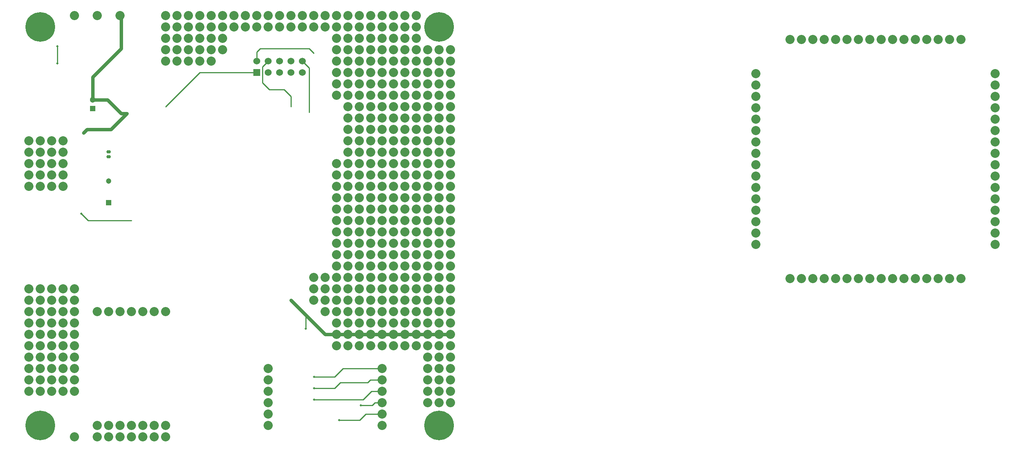
<source format=gbl>
G04 Layer_Physical_Order=2*
G04 Layer_Color=11436288*
%FSLAX25Y25*%
%MOIN*%
G70*
G01*
G75*
%ADD24C,0.01000*%
%ADD25C,0.03000*%
%ADD28C,0.08000*%
%ADD29C,0.05118*%
%ADD30R,0.05118X0.05118*%
%ADD31C,0.25984*%
%ADD32C,0.06000*%
%ADD33R,0.06000X0.06000*%
%ADD34R,0.04724X0.04724*%
%ADD35C,0.04724*%
%ADD36O,0.03937X0.02953*%
%ADD37C,0.02000*%
D24*
X293000Y145000D02*
Y157000D01*
X300114Y82500D02*
X300123Y82492D01*
X300106Y92492D02*
X318106D01*
X347106Y97492D02*
X349615Y100000D01*
X360000D01*
X300106Y102492D02*
X318106D01*
X325615Y110000D01*
X360000D01*
X353614Y80000D02*
X360000D01*
X351115Y77500D02*
X353614Y80000D01*
X350615Y90000D02*
X360000D01*
X318106Y92492D02*
X323106Y97492D01*
X347106D01*
X343106Y82492D02*
X350615Y90000D01*
X341098Y77500D02*
X351115D01*
X300123Y82492D02*
X343106D01*
X345615Y70000D02*
X360000D01*
X340106Y64492D02*
X345615Y70000D01*
X322106Y64492D02*
X340106D01*
X253000Y391000D02*
X296000D01*
X250000Y388000D02*
X253000Y391000D01*
X250000Y380000D02*
Y388000D01*
X280000Y340000D02*
Y349000D01*
X274000Y355000D02*
X280000Y349000D01*
X261000Y355000D02*
X274000D01*
X255000Y361000D02*
X261000Y355000D01*
X255000Y361000D02*
Y375000D01*
X260000Y380000D01*
X170000Y340000D02*
X200000Y370000D01*
X250000D01*
X102000Y240000D02*
X140000D01*
X96000Y246000D02*
X102000Y240000D01*
X75000Y378000D02*
Y393000D01*
X296000Y391000D02*
X300000Y387000D01*
X296000Y335000D02*
Y374000D01*
X290000Y380000D02*
X296000Y374000D01*
D25*
X98000Y317000D02*
X101000Y320000D01*
X122000D01*
X136000Y334000D01*
X131000D02*
X136000D01*
X119063Y345937D02*
X131000Y334000D01*
X106000Y345937D02*
X119063D01*
X106000Y366000D02*
X131000Y391000D01*
X106000Y345937D02*
Y366000D01*
X131000Y391000D02*
Y419000D01*
X130000Y420000D02*
X131000Y419000D01*
X110000Y420000D02*
X111000D01*
X280000Y170000D02*
X293000Y157000D01*
X310000Y140000D01*
X320000D01*
X330000D01*
X340000D01*
X350000D01*
X360000D01*
X370000D01*
X380000D01*
X390000D01*
X400000D01*
X410000D01*
X420000D01*
D28*
X688000Y269000D02*
D03*
Y279000D02*
D03*
Y289000D02*
D03*
Y299000D02*
D03*
X798000Y189000D02*
D03*
X788000D02*
D03*
X738000D02*
D03*
X728000D02*
D03*
X898000Y259000D02*
D03*
Y269000D02*
D03*
Y279000D02*
D03*
Y289000D02*
D03*
X818000Y399000D02*
D03*
X848000D02*
D03*
X838000D02*
D03*
X828000D02*
D03*
X90000Y420000D02*
D03*
Y50000D02*
D03*
X170000D02*
D03*
Y60000D02*
D03*
X120000D02*
D03*
X110000D02*
D03*
X170000Y160000D02*
D03*
X160000D02*
D03*
X150000D02*
D03*
X140000D02*
D03*
X130000D02*
D03*
X120000D02*
D03*
X110000D02*
D03*
X160000Y50000D02*
D03*
Y60000D02*
D03*
X150000Y50000D02*
D03*
Y60000D02*
D03*
X140000Y50000D02*
D03*
Y60000D02*
D03*
X130000Y50000D02*
D03*
Y60000D02*
D03*
X120000Y50000D02*
D03*
X110000D02*
D03*
X260000Y60000D02*
D03*
Y70000D02*
D03*
Y80000D02*
D03*
Y90000D02*
D03*
Y100000D02*
D03*
Y110000D02*
D03*
X360000Y60000D02*
D03*
Y70000D02*
D03*
Y80000D02*
D03*
Y90000D02*
D03*
Y100000D02*
D03*
Y110000D02*
D03*
X688000Y309000D02*
D03*
X868000Y189000D02*
D03*
X768000D02*
D03*
X748000D02*
D03*
X718000D02*
D03*
X898000Y249000D02*
D03*
X688000Y219000D02*
D03*
Y229000D02*
D03*
Y319000D02*
D03*
Y329000D02*
D03*
Y339000D02*
D03*
Y359000D02*
D03*
X728000Y399000D02*
D03*
X758000D02*
D03*
X898000Y219000D02*
D03*
X898000Y229000D02*
D03*
Y239000D02*
D03*
X688000Y349000D02*
D03*
X898000Y299000D02*
D03*
X798000Y399000D02*
D03*
X898000Y309000D02*
D03*
X898000Y319000D02*
D03*
X898000Y329000D02*
D03*
Y339000D02*
D03*
X898000Y349000D02*
D03*
X868000Y399000D02*
D03*
X858000D02*
D03*
X808000Y399000D02*
D03*
X788000D02*
D03*
X778000Y399000D02*
D03*
X768000Y399000D02*
D03*
X748000D02*
D03*
X738000Y399000D02*
D03*
X898000Y359000D02*
D03*
X848016Y189000D02*
D03*
X838000D02*
D03*
X828000D02*
D03*
X818000D02*
D03*
X808000D02*
D03*
X778000D02*
D03*
X718000Y399000D02*
D03*
X758000Y189000D02*
D03*
X688000Y369000D02*
D03*
Y249000D02*
D03*
X858000Y189000D02*
D03*
X898000Y369000D02*
D03*
X688000Y259000D02*
D03*
Y239000D02*
D03*
X130000Y420000D02*
D03*
X110000D02*
D03*
X330000Y370000D02*
D03*
X340000D02*
D03*
X360000D02*
D03*
X350000D02*
D03*
X390000D02*
D03*
X380000D02*
D03*
X370000D02*
D03*
X400000D02*
D03*
X420000D02*
D03*
X410000D02*
D03*
Y360000D02*
D03*
X420000D02*
D03*
X400000D02*
D03*
X370000D02*
D03*
X380000D02*
D03*
X390000D02*
D03*
X350000D02*
D03*
X360000D02*
D03*
X340000D02*
D03*
X330000D02*
D03*
Y340000D02*
D03*
X340000D02*
D03*
X360000D02*
D03*
X350000D02*
D03*
X390000D02*
D03*
X380000D02*
D03*
X370000D02*
D03*
X400000D02*
D03*
X420000D02*
D03*
X410000D02*
D03*
Y350000D02*
D03*
X420000D02*
D03*
X400000D02*
D03*
X370000D02*
D03*
X380000D02*
D03*
X390000D02*
D03*
X350000D02*
D03*
X360000D02*
D03*
X340000D02*
D03*
X330000D02*
D03*
Y320000D02*
D03*
X340000D02*
D03*
X360000D02*
D03*
X350000D02*
D03*
X390000D02*
D03*
X380000D02*
D03*
X370000D02*
D03*
X400000D02*
D03*
X420000D02*
D03*
X410000D02*
D03*
Y330000D02*
D03*
X420000D02*
D03*
X400000D02*
D03*
X370000D02*
D03*
X380000D02*
D03*
X390000D02*
D03*
X350000D02*
D03*
X360000D02*
D03*
X340000D02*
D03*
X330000D02*
D03*
Y300000D02*
D03*
X340000D02*
D03*
X360000D02*
D03*
X350000D02*
D03*
X390000D02*
D03*
X380000D02*
D03*
X370000D02*
D03*
X400000D02*
D03*
X420000D02*
D03*
X410000D02*
D03*
Y310000D02*
D03*
X420000D02*
D03*
X400000D02*
D03*
X370000D02*
D03*
X380000D02*
D03*
X390000D02*
D03*
X350000D02*
D03*
X360000D02*
D03*
X340000D02*
D03*
X330000D02*
D03*
Y280000D02*
D03*
X340000D02*
D03*
X360000D02*
D03*
X350000D02*
D03*
X390000D02*
D03*
X380000D02*
D03*
X370000D02*
D03*
X400000D02*
D03*
X420000D02*
D03*
X410000D02*
D03*
Y290000D02*
D03*
X420000D02*
D03*
X400000D02*
D03*
X370000D02*
D03*
X380000D02*
D03*
X390000D02*
D03*
X350000D02*
D03*
X360000D02*
D03*
X340000D02*
D03*
X330000D02*
D03*
Y380000D02*
D03*
X340000D02*
D03*
X360000D02*
D03*
X350000D02*
D03*
X390000D02*
D03*
X380000D02*
D03*
X370000D02*
D03*
X400000D02*
D03*
X420000D02*
D03*
X410000D02*
D03*
Y390000D02*
D03*
X420000D02*
D03*
X400000D02*
D03*
X370000D02*
D03*
X380000D02*
D03*
X390000D02*
D03*
X350000D02*
D03*
X360000D02*
D03*
X340000D02*
D03*
X330000D02*
D03*
Y210000D02*
D03*
X340000D02*
D03*
X360000D02*
D03*
X350000D02*
D03*
X390000D02*
D03*
X380000D02*
D03*
X370000D02*
D03*
X400000D02*
D03*
X420000D02*
D03*
X410000D02*
D03*
Y200000D02*
D03*
X420000D02*
D03*
X400000D02*
D03*
X370000D02*
D03*
X380000D02*
D03*
X390000D02*
D03*
X350000D02*
D03*
X360000D02*
D03*
X340000D02*
D03*
X330000D02*
D03*
Y230000D02*
D03*
X340000D02*
D03*
X360000D02*
D03*
X350000D02*
D03*
X390000D02*
D03*
X380000D02*
D03*
X370000D02*
D03*
X400000D02*
D03*
X420000D02*
D03*
X410000D02*
D03*
Y220000D02*
D03*
X420000D02*
D03*
X400000D02*
D03*
X370000D02*
D03*
X380000D02*
D03*
X390000D02*
D03*
X350000D02*
D03*
X360000D02*
D03*
X340000D02*
D03*
X330000D02*
D03*
Y250000D02*
D03*
X340000D02*
D03*
X360000D02*
D03*
X350000D02*
D03*
X390000D02*
D03*
X380000D02*
D03*
X370000D02*
D03*
X400000D02*
D03*
X420000D02*
D03*
X410000D02*
D03*
Y240000D02*
D03*
X420000D02*
D03*
X400000D02*
D03*
X370000D02*
D03*
X380000D02*
D03*
X390000D02*
D03*
X350000D02*
D03*
X360000D02*
D03*
X340000D02*
D03*
X330000D02*
D03*
Y270000D02*
D03*
X340000D02*
D03*
X360000D02*
D03*
X350000D02*
D03*
X390000D02*
D03*
X380000D02*
D03*
X370000D02*
D03*
X400000D02*
D03*
X420000D02*
D03*
X410000D02*
D03*
Y260000D02*
D03*
X420000D02*
D03*
X400000D02*
D03*
X370000D02*
D03*
X380000D02*
D03*
X390000D02*
D03*
X350000D02*
D03*
X360000D02*
D03*
X340000D02*
D03*
X330000D02*
D03*
Y180000D02*
D03*
X340000D02*
D03*
X360000D02*
D03*
X350000D02*
D03*
X390000D02*
D03*
X380000D02*
D03*
X370000D02*
D03*
X400000D02*
D03*
X420000D02*
D03*
X410000D02*
D03*
Y190000D02*
D03*
X420000D02*
D03*
X400000D02*
D03*
X370000D02*
D03*
X380000D02*
D03*
X390000D02*
D03*
X350000D02*
D03*
X360000D02*
D03*
X340000D02*
D03*
X330000D02*
D03*
Y160000D02*
D03*
X340000D02*
D03*
X360000D02*
D03*
X350000D02*
D03*
X390000D02*
D03*
X380000D02*
D03*
X370000D02*
D03*
X400000D02*
D03*
X420000D02*
D03*
X410000D02*
D03*
Y170000D02*
D03*
X420000D02*
D03*
X400000D02*
D03*
X370000D02*
D03*
X380000D02*
D03*
X390000D02*
D03*
X350000D02*
D03*
X360000D02*
D03*
X340000D02*
D03*
X330000D02*
D03*
Y140000D02*
D03*
X340000D02*
D03*
X360000D02*
D03*
X350000D02*
D03*
X390000D02*
D03*
X380000D02*
D03*
X370000D02*
D03*
X400000D02*
D03*
X420000D02*
D03*
X410000D02*
D03*
Y130000D02*
D03*
X420000D02*
D03*
X400000D02*
D03*
X370000D02*
D03*
X380000D02*
D03*
X390000D02*
D03*
X350000D02*
D03*
X360000D02*
D03*
X340000D02*
D03*
X330000D02*
D03*
X410000Y150000D02*
D03*
X420000D02*
D03*
X400000D02*
D03*
X370000D02*
D03*
X380000D02*
D03*
X390000D02*
D03*
X350000D02*
D03*
X360000D02*
D03*
X340000D02*
D03*
X330000D02*
D03*
X320000D02*
D03*
Y130000D02*
D03*
Y140000D02*
D03*
Y170000D02*
D03*
Y160000D02*
D03*
Y190000D02*
D03*
Y180000D02*
D03*
Y260000D02*
D03*
Y270000D02*
D03*
Y240000D02*
D03*
Y250000D02*
D03*
Y220000D02*
D03*
Y230000D02*
D03*
Y200000D02*
D03*
Y210000D02*
D03*
Y290000D02*
D03*
Y280000D02*
D03*
X330000Y420000D02*
D03*
X340000D02*
D03*
X360000D02*
D03*
X350000D02*
D03*
X390000D02*
D03*
X380000D02*
D03*
X370000D02*
D03*
Y410000D02*
D03*
X380000D02*
D03*
X390000D02*
D03*
X350000D02*
D03*
X360000D02*
D03*
X340000D02*
D03*
X330000D02*
D03*
X370000Y400000D02*
D03*
X380000D02*
D03*
X390000D02*
D03*
X350000D02*
D03*
X360000D02*
D03*
X340000D02*
D03*
X330000D02*
D03*
X400000Y90000D02*
D03*
X420000D02*
D03*
X410000D02*
D03*
Y80000D02*
D03*
X420000D02*
D03*
X400000D02*
D03*
Y110000D02*
D03*
X420000D02*
D03*
X410000D02*
D03*
Y100000D02*
D03*
X420000D02*
D03*
X400000D02*
D03*
X410000Y120000D02*
D03*
X420000D02*
D03*
X400000D02*
D03*
X260000Y410000D02*
D03*
X270000D02*
D03*
X290000D02*
D03*
X280000D02*
D03*
X320000D02*
D03*
X310000D02*
D03*
X300000D02*
D03*
Y420000D02*
D03*
X310000D02*
D03*
X320000D02*
D03*
X280000D02*
D03*
X290000D02*
D03*
X270000D02*
D03*
X260000D02*
D03*
X190000Y410000D02*
D03*
X200000D02*
D03*
X220000D02*
D03*
X210000D02*
D03*
X250000D02*
D03*
X240000D02*
D03*
X230000D02*
D03*
Y420000D02*
D03*
X240000D02*
D03*
X250000D02*
D03*
X210000D02*
D03*
X220000D02*
D03*
X200000D02*
D03*
X190000D02*
D03*
X170000Y390000D02*
D03*
X190000D02*
D03*
X180000D02*
D03*
X220000D02*
D03*
X210000D02*
D03*
X200000D02*
D03*
Y400000D02*
D03*
X210000D02*
D03*
X220000D02*
D03*
X180000D02*
D03*
X190000D02*
D03*
X170000D02*
D03*
Y420000D02*
D03*
X180000D02*
D03*
Y410000D02*
D03*
X170000D02*
D03*
X200000Y380000D02*
D03*
X210000D02*
D03*
X180000D02*
D03*
X190000D02*
D03*
X170000D02*
D03*
X320000Y400000D02*
D03*
Y390000D02*
D03*
Y360000D02*
D03*
Y370000D02*
D03*
Y380000D02*
D03*
Y350000D02*
D03*
X310000Y180000D02*
D03*
Y190000D02*
D03*
Y160000D02*
D03*
Y170000D02*
D03*
X300000Y180000D02*
D03*
Y190000D02*
D03*
Y170000D02*
D03*
X60000Y90000D02*
D03*
X50000D02*
D03*
X70000D02*
D03*
X90000D02*
D03*
X80000D02*
D03*
X60000Y110000D02*
D03*
X50000D02*
D03*
X70000D02*
D03*
X90000D02*
D03*
X80000D02*
D03*
Y100000D02*
D03*
X90000D02*
D03*
X70000D02*
D03*
X50000D02*
D03*
X60000D02*
D03*
Y180000D02*
D03*
X50000D02*
D03*
X70000D02*
D03*
X90000D02*
D03*
X80000D02*
D03*
X60000Y160000D02*
D03*
X50000D02*
D03*
X70000D02*
D03*
X90000D02*
D03*
X80000D02*
D03*
Y170000D02*
D03*
X90000D02*
D03*
X70000D02*
D03*
X50000D02*
D03*
X60000D02*
D03*
Y140000D02*
D03*
X50000D02*
D03*
X70000D02*
D03*
X90000D02*
D03*
X80000D02*
D03*
Y150000D02*
D03*
X90000D02*
D03*
X70000D02*
D03*
X50000D02*
D03*
X60000D02*
D03*
Y120000D02*
D03*
X50000D02*
D03*
X70000D02*
D03*
X90000D02*
D03*
X80000D02*
D03*
Y130000D02*
D03*
X90000D02*
D03*
X70000D02*
D03*
X50000D02*
D03*
X60000D02*
D03*
X50000Y300000D02*
D03*
X60000D02*
D03*
X80000D02*
D03*
X70000D02*
D03*
Y290000D02*
D03*
X80000D02*
D03*
X60000D02*
D03*
X50000D02*
D03*
X70000Y310000D02*
D03*
X80000D02*
D03*
X60000D02*
D03*
X50000D02*
D03*
Y270000D02*
D03*
X60000D02*
D03*
X80000D02*
D03*
X70000D02*
D03*
Y280000D02*
D03*
X80000D02*
D03*
X60000D02*
D03*
X50000D02*
D03*
D29*
X106000Y345937D02*
D03*
D30*
Y338063D02*
D03*
D31*
X410000Y410000D02*
D03*
Y60000D02*
D03*
X60000D02*
D03*
Y410000D02*
D03*
D32*
X290000Y380000D02*
D03*
Y370000D02*
D03*
X280000Y380000D02*
D03*
Y370000D02*
D03*
X250000Y380000D02*
D03*
X260000Y370000D02*
D03*
Y380000D02*
D03*
X270000Y370000D02*
D03*
Y380000D02*
D03*
D33*
X250000Y370000D02*
D03*
D34*
X120000Y255394D02*
D03*
D35*
X120000Y274606D02*
D03*
D36*
X120000Y300165D02*
D03*
Y295835D02*
D03*
D37*
X98000Y317000D02*
D03*
X136000Y334000D02*
D03*
X75000Y378000D02*
D03*
X293000Y145000D02*
D03*
X341098Y77500D02*
D03*
X300114Y82500D02*
D03*
X300106Y92492D02*
D03*
Y102492D02*
D03*
X322106Y64492D02*
D03*
X96000Y246000D02*
D03*
X75000Y393000D02*
D03*
X131000Y391000D02*
D03*
M02*

</source>
